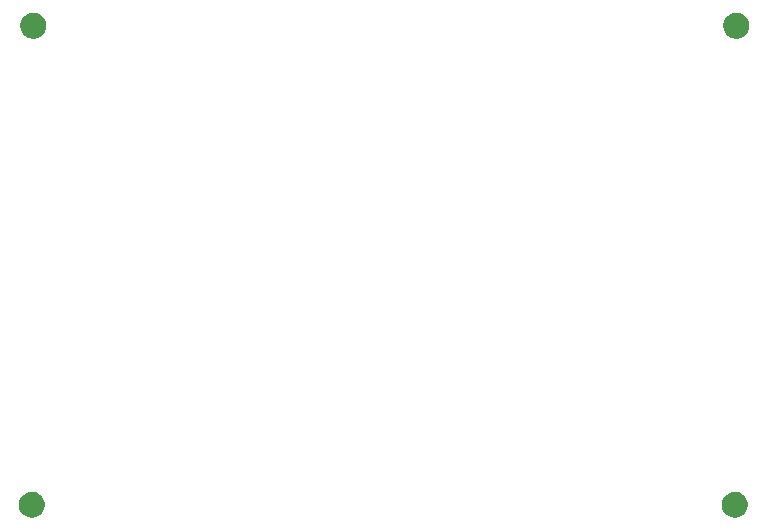
<source format=gts>
G04 #@! TF.GenerationSoftware,KiCad,Pcbnew,(5.1.4-0-10_14)*
G04 #@! TF.CreationDate,2019-11-24T20:31:42+09:00*
G04 #@! TF.ProjectId,palette1202-OB-back,70616c65-7474-4653-9132-30322d4f422d,rev?*
G04 #@! TF.SameCoordinates,Original*
G04 #@! TF.FileFunction,Soldermask,Top*
G04 #@! TF.FilePolarity,Negative*
%FSLAX46Y46*%
G04 Gerber Fmt 4.6, Leading zero omitted, Abs format (unit mm)*
G04 Created by KiCad (PCBNEW (5.1.4-0-10_14)) date 2019-11-24 20:31:42*
%MOMM*%
%LPD*%
G04 APERTURE LIST*
%ADD10C,0.100000*%
G04 APERTURE END LIST*
D10*
G36*
X163456795Y-110690356D02*
G01*
X163563150Y-110711511D01*
X163763520Y-110794507D01*
X163943844Y-110914995D01*
X164097205Y-111068356D01*
X164217693Y-111248680D01*
X164300689Y-111449051D01*
X164343000Y-111661760D01*
X164343000Y-111878640D01*
X164300689Y-112091349D01*
X164217693Y-112291720D01*
X164097205Y-112472044D01*
X163943844Y-112625405D01*
X163763520Y-112745893D01*
X163563150Y-112828889D01*
X163456794Y-112850045D01*
X163350440Y-112871200D01*
X163133560Y-112871200D01*
X163027206Y-112850045D01*
X162920850Y-112828889D01*
X162720480Y-112745893D01*
X162540156Y-112625405D01*
X162386795Y-112472044D01*
X162266307Y-112291720D01*
X162183311Y-112091349D01*
X162141000Y-111878640D01*
X162141000Y-111661760D01*
X162183311Y-111449051D01*
X162266307Y-111248680D01*
X162386795Y-111068356D01*
X162540156Y-110914995D01*
X162720480Y-110794507D01*
X162820666Y-110753009D01*
X162920850Y-110711511D01*
X163027205Y-110690356D01*
X163133560Y-110669200D01*
X163350440Y-110669200D01*
X163456795Y-110690356D01*
X163456795Y-110690356D01*
G37*
G36*
X103938195Y-110690356D02*
G01*
X104044550Y-110711511D01*
X104244920Y-110794507D01*
X104425244Y-110914995D01*
X104578605Y-111068356D01*
X104699093Y-111248680D01*
X104782089Y-111449051D01*
X104824400Y-111661760D01*
X104824400Y-111878640D01*
X104782089Y-112091349D01*
X104699093Y-112291720D01*
X104578605Y-112472044D01*
X104425244Y-112625405D01*
X104244920Y-112745893D01*
X104044550Y-112828889D01*
X103938194Y-112850045D01*
X103831840Y-112871200D01*
X103614960Y-112871200D01*
X103508606Y-112850045D01*
X103402250Y-112828889D01*
X103201880Y-112745893D01*
X103021556Y-112625405D01*
X102868195Y-112472044D01*
X102747707Y-112291720D01*
X102664711Y-112091349D01*
X102622400Y-111878640D01*
X102622400Y-111661760D01*
X102664711Y-111449051D01*
X102747707Y-111248680D01*
X102868195Y-111068356D01*
X103021556Y-110914995D01*
X103201880Y-110794507D01*
X103302066Y-110753009D01*
X103402250Y-110711511D01*
X103508605Y-110690356D01*
X103614960Y-110669200D01*
X103831840Y-110669200D01*
X103938195Y-110690356D01*
X103938195Y-110690356D01*
G37*
G36*
X163583794Y-70125755D02*
G01*
X163690150Y-70146911D01*
X163890520Y-70229907D01*
X164070844Y-70350395D01*
X164224205Y-70503756D01*
X164344693Y-70684080D01*
X164427689Y-70884451D01*
X164470000Y-71097160D01*
X164470000Y-71314040D01*
X164427689Y-71526749D01*
X164344693Y-71727120D01*
X164224205Y-71907444D01*
X164070844Y-72060805D01*
X163890520Y-72181293D01*
X163790334Y-72222791D01*
X163690150Y-72264289D01*
X163583795Y-72285444D01*
X163477440Y-72306600D01*
X163260560Y-72306600D01*
X163154205Y-72285444D01*
X163047850Y-72264289D01*
X162947666Y-72222791D01*
X162847480Y-72181293D01*
X162667156Y-72060805D01*
X162513795Y-71907444D01*
X162393307Y-71727120D01*
X162310311Y-71526749D01*
X162268000Y-71314040D01*
X162268000Y-71097160D01*
X162310311Y-70884451D01*
X162393307Y-70684080D01*
X162513795Y-70503756D01*
X162667156Y-70350395D01*
X162847480Y-70229907D01*
X163047850Y-70146911D01*
X163154206Y-70125755D01*
X163260560Y-70104600D01*
X163477440Y-70104600D01*
X163583794Y-70125755D01*
X163583794Y-70125755D01*
G37*
G36*
X104065194Y-70125755D02*
G01*
X104171550Y-70146911D01*
X104371920Y-70229907D01*
X104552244Y-70350395D01*
X104705605Y-70503756D01*
X104826093Y-70684080D01*
X104909089Y-70884451D01*
X104951400Y-71097160D01*
X104951400Y-71314040D01*
X104909089Y-71526749D01*
X104826093Y-71727120D01*
X104705605Y-71907444D01*
X104552244Y-72060805D01*
X104371920Y-72181293D01*
X104271734Y-72222791D01*
X104171550Y-72264289D01*
X104065195Y-72285444D01*
X103958840Y-72306600D01*
X103741960Y-72306600D01*
X103635605Y-72285444D01*
X103529250Y-72264289D01*
X103429066Y-72222791D01*
X103328880Y-72181293D01*
X103148556Y-72060805D01*
X102995195Y-71907444D01*
X102874707Y-71727120D01*
X102791711Y-71526749D01*
X102749400Y-71314040D01*
X102749400Y-71097160D01*
X102791711Y-70884451D01*
X102874707Y-70684080D01*
X102995195Y-70503756D01*
X103148556Y-70350395D01*
X103328880Y-70229907D01*
X103529250Y-70146911D01*
X103635606Y-70125755D01*
X103741960Y-70104600D01*
X103958840Y-70104600D01*
X104065194Y-70125755D01*
X104065194Y-70125755D01*
G37*
M02*

</source>
